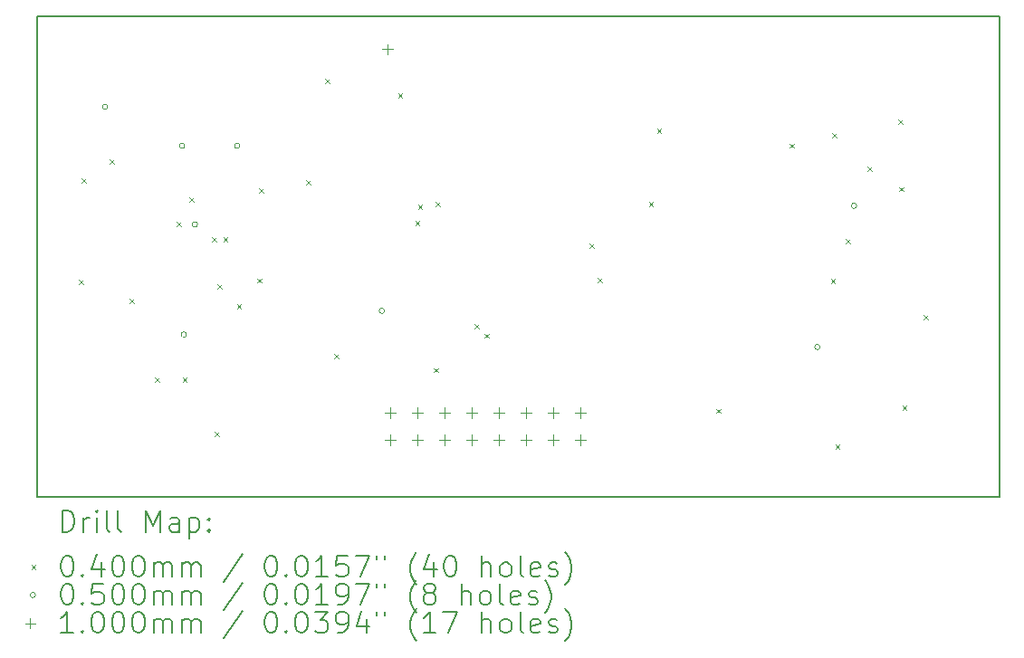
<source format=gbr>
%TF.GenerationSoftware,KiCad,Pcbnew,7.0.1-0*%
%TF.CreationDate,2024-02-17T19:14:01+01:00*%
%TF.ProjectId,parallel_trail,70617261-6c6c-4656-9c5f-747261696c2e,rev?*%
%TF.SameCoordinates,Original*%
%TF.FileFunction,Drillmap*%
%TF.FilePolarity,Positive*%
%FSLAX45Y45*%
G04 Gerber Fmt 4.5, Leading zero omitted, Abs format (unit mm)*
G04 Created by KiCad (PCBNEW 7.0.1-0) date 2024-02-17 19:14:01*
%MOMM*%
%LPD*%
G01*
G04 APERTURE LIST*
%ADD10C,0.200000*%
%ADD11C,0.040000*%
%ADD12C,0.050000*%
%ADD13C,0.100000*%
G04 APERTURE END LIST*
D10*
X4669400Y-7946000D02*
X13669400Y-7946000D01*
X13669400Y-12446000D01*
X4669400Y-12446000D01*
X4669400Y-7946000D01*
D11*
X5066600Y-10410340D02*
X5106600Y-10450340D01*
X5106600Y-10410340D02*
X5066600Y-10450340D01*
X5089720Y-9465370D02*
X5129720Y-9505370D01*
X5129720Y-9465370D02*
X5089720Y-9505370D01*
X5354380Y-9285450D02*
X5394380Y-9325450D01*
X5394380Y-9285450D02*
X5354380Y-9325450D01*
X5538350Y-10588480D02*
X5578350Y-10628480D01*
X5578350Y-10588480D02*
X5538350Y-10628480D01*
X5776130Y-11327820D02*
X5816130Y-11367820D01*
X5816130Y-11327820D02*
X5776130Y-11367820D01*
X5975430Y-9869470D02*
X6015430Y-9909470D01*
X6015430Y-9869470D02*
X5975430Y-9909470D01*
X6032900Y-11327820D02*
X6072900Y-11367820D01*
X6072900Y-11327820D02*
X6032900Y-11367820D01*
X6097220Y-9638170D02*
X6137220Y-9678170D01*
X6137220Y-9638170D02*
X6097220Y-9678170D01*
X6310720Y-10013520D02*
X6350720Y-10053520D01*
X6350720Y-10013520D02*
X6310720Y-10053520D01*
X6334160Y-11834230D02*
X6374160Y-11874230D01*
X6374160Y-11834230D02*
X6334160Y-11874230D01*
X6358630Y-10455980D02*
X6398630Y-10495980D01*
X6398630Y-10455980D02*
X6358630Y-10495980D01*
X6415320Y-10013240D02*
X6455320Y-10053240D01*
X6455320Y-10013240D02*
X6415320Y-10053240D01*
X6541470Y-10638820D02*
X6581470Y-10678820D01*
X6581470Y-10638820D02*
X6541470Y-10678820D01*
X6730050Y-10398740D02*
X6770050Y-10438740D01*
X6770050Y-10398740D02*
X6730050Y-10438740D01*
X6750270Y-9559160D02*
X6790270Y-9599160D01*
X6790270Y-9559160D02*
X6750270Y-9599160D01*
X7188400Y-9480840D02*
X7228400Y-9520840D01*
X7228400Y-9480840D02*
X7188400Y-9520840D01*
X7368890Y-8530630D02*
X7408890Y-8570630D01*
X7408890Y-8530630D02*
X7368890Y-8570630D01*
X7451380Y-11102860D02*
X7491380Y-11142860D01*
X7491380Y-11102860D02*
X7451380Y-11142860D01*
X8047730Y-8669650D02*
X8087730Y-8709650D01*
X8087730Y-8669650D02*
X8047730Y-8709650D01*
X8209600Y-9860600D02*
X8249600Y-9900600D01*
X8249600Y-9860600D02*
X8209600Y-9900600D01*
X8235000Y-9708200D02*
X8275000Y-9748200D01*
X8275000Y-9708200D02*
X8235000Y-9748200D01*
X8380170Y-11237400D02*
X8420170Y-11277400D01*
X8420170Y-11237400D02*
X8380170Y-11277400D01*
X8399760Y-9682260D02*
X8439760Y-9722260D01*
X8439760Y-9682260D02*
X8399760Y-9722260D01*
X8763940Y-10823540D02*
X8803940Y-10863540D01*
X8803940Y-10823540D02*
X8763940Y-10863540D01*
X8854350Y-10914520D02*
X8894350Y-10954520D01*
X8894350Y-10914520D02*
X8854350Y-10954520D01*
X9839080Y-10071740D02*
X9879080Y-10111740D01*
X9879080Y-10071740D02*
X9839080Y-10111740D01*
X9917270Y-10391920D02*
X9957270Y-10431920D01*
X9957270Y-10391920D02*
X9917270Y-10431920D01*
X10394000Y-9685530D02*
X10434000Y-9725530D01*
X10434000Y-9685530D02*
X10394000Y-9725530D01*
X10470200Y-8997000D02*
X10510200Y-9037000D01*
X10510200Y-8997000D02*
X10470200Y-9037000D01*
X11027330Y-11616950D02*
X11067330Y-11656950D01*
X11067330Y-11616950D02*
X11027330Y-11656950D01*
X11709010Y-9136930D02*
X11749010Y-9176930D01*
X11749010Y-9136930D02*
X11709010Y-9176930D01*
X12095800Y-10405970D02*
X12135800Y-10445970D01*
X12135800Y-10405970D02*
X12095800Y-10445970D01*
X12110720Y-9037130D02*
X12150720Y-9077130D01*
X12150720Y-9037130D02*
X12110720Y-9077130D01*
X12137140Y-11953180D02*
X12177140Y-11993180D01*
X12177140Y-11953180D02*
X12137140Y-11993180D01*
X12234420Y-10032980D02*
X12274420Y-10072980D01*
X12274420Y-10032980D02*
X12234420Y-10072980D01*
X12439270Y-9352600D02*
X12479270Y-9392600D01*
X12479270Y-9352600D02*
X12439270Y-9392600D01*
X12726080Y-8910450D02*
X12766080Y-8950450D01*
X12766080Y-8910450D02*
X12726080Y-8950450D01*
X12734320Y-9542620D02*
X12774320Y-9582620D01*
X12774320Y-9542620D02*
X12734320Y-9582620D01*
X12763320Y-11587160D02*
X12803320Y-11627160D01*
X12803320Y-11587160D02*
X12763320Y-11627160D01*
X12966140Y-10740980D02*
X13006140Y-10780980D01*
X13006140Y-10740980D02*
X12966140Y-10780980D01*
D12*
X5333490Y-8792550D02*
G75*
G03*
X5333490Y-8792550I-25000J0D01*
G01*
X6054370Y-9158280D02*
G75*
G03*
X6054370Y-9158280I-25000J0D01*
G01*
X6070200Y-10923460D02*
G75*
G03*
X6070200Y-10923460I-25000J0D01*
G01*
X6173840Y-9893450D02*
G75*
G03*
X6173840Y-9893450I-25000J0D01*
G01*
X6568620Y-9158280D02*
G75*
G03*
X6568620Y-9158280I-25000J0D01*
G01*
X7922570Y-10702090D02*
G75*
G03*
X7922570Y-10702090I-25000J0D01*
G01*
X11993560Y-11040350D02*
G75*
G03*
X11993560Y-11040350I-25000J0D01*
G01*
X12337110Y-9718850D02*
G75*
G03*
X12337110Y-9718850I-25000J0D01*
G01*
D13*
X7950200Y-8205000D02*
X7950200Y-8305000D01*
X7900200Y-8255000D02*
X8000200Y-8255000D01*
X7972480Y-11608120D02*
X7972480Y-11708120D01*
X7922480Y-11658120D02*
X8022480Y-11658120D01*
X7972480Y-11862120D02*
X7972480Y-11962120D01*
X7922480Y-11912120D02*
X8022480Y-11912120D01*
X8226480Y-11608120D02*
X8226480Y-11708120D01*
X8176480Y-11658120D02*
X8276480Y-11658120D01*
X8226480Y-11862120D02*
X8226480Y-11962120D01*
X8176480Y-11912120D02*
X8276480Y-11912120D01*
X8480480Y-11608120D02*
X8480480Y-11708120D01*
X8430480Y-11658120D02*
X8530480Y-11658120D01*
X8480480Y-11862120D02*
X8480480Y-11962120D01*
X8430480Y-11912120D02*
X8530480Y-11912120D01*
X8734480Y-11608120D02*
X8734480Y-11708120D01*
X8684480Y-11658120D02*
X8784480Y-11658120D01*
X8734480Y-11862120D02*
X8734480Y-11962120D01*
X8684480Y-11912120D02*
X8784480Y-11912120D01*
X8988480Y-11608120D02*
X8988480Y-11708120D01*
X8938480Y-11658120D02*
X9038480Y-11658120D01*
X8988480Y-11862120D02*
X8988480Y-11962120D01*
X8938480Y-11912120D02*
X9038480Y-11912120D01*
X9242480Y-11608120D02*
X9242480Y-11708120D01*
X9192480Y-11658120D02*
X9292480Y-11658120D01*
X9242480Y-11862120D02*
X9242480Y-11962120D01*
X9192480Y-11912120D02*
X9292480Y-11912120D01*
X9496480Y-11608120D02*
X9496480Y-11708120D01*
X9446480Y-11658120D02*
X9546480Y-11658120D01*
X9496480Y-11862120D02*
X9496480Y-11962120D01*
X9446480Y-11912120D02*
X9546480Y-11912120D01*
X9750480Y-11608120D02*
X9750480Y-11708120D01*
X9700480Y-11658120D02*
X9800480Y-11658120D01*
X9750480Y-11862120D02*
X9750480Y-11962120D01*
X9700480Y-11912120D02*
X9800480Y-11912120D01*
D10*
X4907019Y-12768524D02*
X4907019Y-12568524D01*
X4907019Y-12568524D02*
X4954638Y-12568524D01*
X4954638Y-12568524D02*
X4983210Y-12578048D01*
X4983210Y-12578048D02*
X5002257Y-12597095D01*
X5002257Y-12597095D02*
X5011781Y-12616143D01*
X5011781Y-12616143D02*
X5021305Y-12654238D01*
X5021305Y-12654238D02*
X5021305Y-12682809D01*
X5021305Y-12682809D02*
X5011781Y-12720905D01*
X5011781Y-12720905D02*
X5002257Y-12739952D01*
X5002257Y-12739952D02*
X4983210Y-12759000D01*
X4983210Y-12759000D02*
X4954638Y-12768524D01*
X4954638Y-12768524D02*
X4907019Y-12768524D01*
X5107019Y-12768524D02*
X5107019Y-12635190D01*
X5107019Y-12673286D02*
X5116543Y-12654238D01*
X5116543Y-12654238D02*
X5126067Y-12644714D01*
X5126067Y-12644714D02*
X5145114Y-12635190D01*
X5145114Y-12635190D02*
X5164162Y-12635190D01*
X5230829Y-12768524D02*
X5230829Y-12635190D01*
X5230829Y-12568524D02*
X5221305Y-12578048D01*
X5221305Y-12578048D02*
X5230829Y-12587571D01*
X5230829Y-12587571D02*
X5240352Y-12578048D01*
X5240352Y-12578048D02*
X5230829Y-12568524D01*
X5230829Y-12568524D02*
X5230829Y-12587571D01*
X5354638Y-12768524D02*
X5335590Y-12759000D01*
X5335590Y-12759000D02*
X5326067Y-12739952D01*
X5326067Y-12739952D02*
X5326067Y-12568524D01*
X5459400Y-12768524D02*
X5440352Y-12759000D01*
X5440352Y-12759000D02*
X5430829Y-12739952D01*
X5430829Y-12739952D02*
X5430829Y-12568524D01*
X5687971Y-12768524D02*
X5687971Y-12568524D01*
X5687971Y-12568524D02*
X5754638Y-12711381D01*
X5754638Y-12711381D02*
X5821305Y-12568524D01*
X5821305Y-12568524D02*
X5821305Y-12768524D01*
X6002257Y-12768524D02*
X6002257Y-12663762D01*
X6002257Y-12663762D02*
X5992733Y-12644714D01*
X5992733Y-12644714D02*
X5973686Y-12635190D01*
X5973686Y-12635190D02*
X5935590Y-12635190D01*
X5935590Y-12635190D02*
X5916543Y-12644714D01*
X6002257Y-12759000D02*
X5983209Y-12768524D01*
X5983209Y-12768524D02*
X5935590Y-12768524D01*
X5935590Y-12768524D02*
X5916543Y-12759000D01*
X5916543Y-12759000D02*
X5907019Y-12739952D01*
X5907019Y-12739952D02*
X5907019Y-12720905D01*
X5907019Y-12720905D02*
X5916543Y-12701857D01*
X5916543Y-12701857D02*
X5935590Y-12692333D01*
X5935590Y-12692333D02*
X5983209Y-12692333D01*
X5983209Y-12692333D02*
X6002257Y-12682809D01*
X6097495Y-12635190D02*
X6097495Y-12835190D01*
X6097495Y-12644714D02*
X6116543Y-12635190D01*
X6116543Y-12635190D02*
X6154638Y-12635190D01*
X6154638Y-12635190D02*
X6173686Y-12644714D01*
X6173686Y-12644714D02*
X6183209Y-12654238D01*
X6183209Y-12654238D02*
X6192733Y-12673286D01*
X6192733Y-12673286D02*
X6192733Y-12730428D01*
X6192733Y-12730428D02*
X6183209Y-12749476D01*
X6183209Y-12749476D02*
X6173686Y-12759000D01*
X6173686Y-12759000D02*
X6154638Y-12768524D01*
X6154638Y-12768524D02*
X6116543Y-12768524D01*
X6116543Y-12768524D02*
X6097495Y-12759000D01*
X6278448Y-12749476D02*
X6287971Y-12759000D01*
X6287971Y-12759000D02*
X6278448Y-12768524D01*
X6278448Y-12768524D02*
X6268924Y-12759000D01*
X6268924Y-12759000D02*
X6278448Y-12749476D01*
X6278448Y-12749476D02*
X6278448Y-12768524D01*
X6278448Y-12644714D02*
X6287971Y-12654238D01*
X6287971Y-12654238D02*
X6278448Y-12663762D01*
X6278448Y-12663762D02*
X6268924Y-12654238D01*
X6268924Y-12654238D02*
X6278448Y-12644714D01*
X6278448Y-12644714D02*
X6278448Y-12663762D01*
D11*
X4619400Y-13076000D02*
X4659400Y-13116000D01*
X4659400Y-13076000D02*
X4619400Y-13116000D01*
D10*
X4945114Y-12988524D02*
X4964162Y-12988524D01*
X4964162Y-12988524D02*
X4983210Y-12998048D01*
X4983210Y-12998048D02*
X4992733Y-13007571D01*
X4992733Y-13007571D02*
X5002257Y-13026619D01*
X5002257Y-13026619D02*
X5011781Y-13064714D01*
X5011781Y-13064714D02*
X5011781Y-13112333D01*
X5011781Y-13112333D02*
X5002257Y-13150428D01*
X5002257Y-13150428D02*
X4992733Y-13169476D01*
X4992733Y-13169476D02*
X4983210Y-13179000D01*
X4983210Y-13179000D02*
X4964162Y-13188524D01*
X4964162Y-13188524D02*
X4945114Y-13188524D01*
X4945114Y-13188524D02*
X4926067Y-13179000D01*
X4926067Y-13179000D02*
X4916543Y-13169476D01*
X4916543Y-13169476D02*
X4907019Y-13150428D01*
X4907019Y-13150428D02*
X4897495Y-13112333D01*
X4897495Y-13112333D02*
X4897495Y-13064714D01*
X4897495Y-13064714D02*
X4907019Y-13026619D01*
X4907019Y-13026619D02*
X4916543Y-13007571D01*
X4916543Y-13007571D02*
X4926067Y-12998048D01*
X4926067Y-12998048D02*
X4945114Y-12988524D01*
X5097495Y-13169476D02*
X5107019Y-13179000D01*
X5107019Y-13179000D02*
X5097495Y-13188524D01*
X5097495Y-13188524D02*
X5087971Y-13179000D01*
X5087971Y-13179000D02*
X5097495Y-13169476D01*
X5097495Y-13169476D02*
X5097495Y-13188524D01*
X5278448Y-13055190D02*
X5278448Y-13188524D01*
X5230829Y-12979000D02*
X5183210Y-13121857D01*
X5183210Y-13121857D02*
X5307019Y-13121857D01*
X5421305Y-12988524D02*
X5440352Y-12988524D01*
X5440352Y-12988524D02*
X5459400Y-12998048D01*
X5459400Y-12998048D02*
X5468924Y-13007571D01*
X5468924Y-13007571D02*
X5478448Y-13026619D01*
X5478448Y-13026619D02*
X5487971Y-13064714D01*
X5487971Y-13064714D02*
X5487971Y-13112333D01*
X5487971Y-13112333D02*
X5478448Y-13150428D01*
X5478448Y-13150428D02*
X5468924Y-13169476D01*
X5468924Y-13169476D02*
X5459400Y-13179000D01*
X5459400Y-13179000D02*
X5440352Y-13188524D01*
X5440352Y-13188524D02*
X5421305Y-13188524D01*
X5421305Y-13188524D02*
X5402257Y-13179000D01*
X5402257Y-13179000D02*
X5392733Y-13169476D01*
X5392733Y-13169476D02*
X5383210Y-13150428D01*
X5383210Y-13150428D02*
X5373686Y-13112333D01*
X5373686Y-13112333D02*
X5373686Y-13064714D01*
X5373686Y-13064714D02*
X5383210Y-13026619D01*
X5383210Y-13026619D02*
X5392733Y-13007571D01*
X5392733Y-13007571D02*
X5402257Y-12998048D01*
X5402257Y-12998048D02*
X5421305Y-12988524D01*
X5611781Y-12988524D02*
X5630829Y-12988524D01*
X5630829Y-12988524D02*
X5649876Y-12998048D01*
X5649876Y-12998048D02*
X5659400Y-13007571D01*
X5659400Y-13007571D02*
X5668924Y-13026619D01*
X5668924Y-13026619D02*
X5678448Y-13064714D01*
X5678448Y-13064714D02*
X5678448Y-13112333D01*
X5678448Y-13112333D02*
X5668924Y-13150428D01*
X5668924Y-13150428D02*
X5659400Y-13169476D01*
X5659400Y-13169476D02*
X5649876Y-13179000D01*
X5649876Y-13179000D02*
X5630829Y-13188524D01*
X5630829Y-13188524D02*
X5611781Y-13188524D01*
X5611781Y-13188524D02*
X5592733Y-13179000D01*
X5592733Y-13179000D02*
X5583210Y-13169476D01*
X5583210Y-13169476D02*
X5573686Y-13150428D01*
X5573686Y-13150428D02*
X5564162Y-13112333D01*
X5564162Y-13112333D02*
X5564162Y-13064714D01*
X5564162Y-13064714D02*
X5573686Y-13026619D01*
X5573686Y-13026619D02*
X5583210Y-13007571D01*
X5583210Y-13007571D02*
X5592733Y-12998048D01*
X5592733Y-12998048D02*
X5611781Y-12988524D01*
X5764162Y-13188524D02*
X5764162Y-13055190D01*
X5764162Y-13074238D02*
X5773686Y-13064714D01*
X5773686Y-13064714D02*
X5792733Y-13055190D01*
X5792733Y-13055190D02*
X5821305Y-13055190D01*
X5821305Y-13055190D02*
X5840352Y-13064714D01*
X5840352Y-13064714D02*
X5849876Y-13083762D01*
X5849876Y-13083762D02*
X5849876Y-13188524D01*
X5849876Y-13083762D02*
X5859400Y-13064714D01*
X5859400Y-13064714D02*
X5878448Y-13055190D01*
X5878448Y-13055190D02*
X5907019Y-13055190D01*
X5907019Y-13055190D02*
X5926067Y-13064714D01*
X5926067Y-13064714D02*
X5935590Y-13083762D01*
X5935590Y-13083762D02*
X5935590Y-13188524D01*
X6030829Y-13188524D02*
X6030829Y-13055190D01*
X6030829Y-13074238D02*
X6040352Y-13064714D01*
X6040352Y-13064714D02*
X6059400Y-13055190D01*
X6059400Y-13055190D02*
X6087971Y-13055190D01*
X6087971Y-13055190D02*
X6107019Y-13064714D01*
X6107019Y-13064714D02*
X6116543Y-13083762D01*
X6116543Y-13083762D02*
X6116543Y-13188524D01*
X6116543Y-13083762D02*
X6126067Y-13064714D01*
X6126067Y-13064714D02*
X6145114Y-13055190D01*
X6145114Y-13055190D02*
X6173686Y-13055190D01*
X6173686Y-13055190D02*
X6192733Y-13064714D01*
X6192733Y-13064714D02*
X6202257Y-13083762D01*
X6202257Y-13083762D02*
X6202257Y-13188524D01*
X6592733Y-12979000D02*
X6421305Y-13236143D01*
X6849876Y-12988524D02*
X6868924Y-12988524D01*
X6868924Y-12988524D02*
X6887972Y-12998048D01*
X6887972Y-12998048D02*
X6897495Y-13007571D01*
X6897495Y-13007571D02*
X6907019Y-13026619D01*
X6907019Y-13026619D02*
X6916543Y-13064714D01*
X6916543Y-13064714D02*
X6916543Y-13112333D01*
X6916543Y-13112333D02*
X6907019Y-13150428D01*
X6907019Y-13150428D02*
X6897495Y-13169476D01*
X6897495Y-13169476D02*
X6887972Y-13179000D01*
X6887972Y-13179000D02*
X6868924Y-13188524D01*
X6868924Y-13188524D02*
X6849876Y-13188524D01*
X6849876Y-13188524D02*
X6830829Y-13179000D01*
X6830829Y-13179000D02*
X6821305Y-13169476D01*
X6821305Y-13169476D02*
X6811781Y-13150428D01*
X6811781Y-13150428D02*
X6802257Y-13112333D01*
X6802257Y-13112333D02*
X6802257Y-13064714D01*
X6802257Y-13064714D02*
X6811781Y-13026619D01*
X6811781Y-13026619D02*
X6821305Y-13007571D01*
X6821305Y-13007571D02*
X6830829Y-12998048D01*
X6830829Y-12998048D02*
X6849876Y-12988524D01*
X7002257Y-13169476D02*
X7011781Y-13179000D01*
X7011781Y-13179000D02*
X7002257Y-13188524D01*
X7002257Y-13188524D02*
X6992733Y-13179000D01*
X6992733Y-13179000D02*
X7002257Y-13169476D01*
X7002257Y-13169476D02*
X7002257Y-13188524D01*
X7135591Y-12988524D02*
X7154638Y-12988524D01*
X7154638Y-12988524D02*
X7173686Y-12998048D01*
X7173686Y-12998048D02*
X7183210Y-13007571D01*
X7183210Y-13007571D02*
X7192733Y-13026619D01*
X7192733Y-13026619D02*
X7202257Y-13064714D01*
X7202257Y-13064714D02*
X7202257Y-13112333D01*
X7202257Y-13112333D02*
X7192733Y-13150428D01*
X7192733Y-13150428D02*
X7183210Y-13169476D01*
X7183210Y-13169476D02*
X7173686Y-13179000D01*
X7173686Y-13179000D02*
X7154638Y-13188524D01*
X7154638Y-13188524D02*
X7135591Y-13188524D01*
X7135591Y-13188524D02*
X7116543Y-13179000D01*
X7116543Y-13179000D02*
X7107019Y-13169476D01*
X7107019Y-13169476D02*
X7097495Y-13150428D01*
X7097495Y-13150428D02*
X7087972Y-13112333D01*
X7087972Y-13112333D02*
X7087972Y-13064714D01*
X7087972Y-13064714D02*
X7097495Y-13026619D01*
X7097495Y-13026619D02*
X7107019Y-13007571D01*
X7107019Y-13007571D02*
X7116543Y-12998048D01*
X7116543Y-12998048D02*
X7135591Y-12988524D01*
X7392733Y-13188524D02*
X7278448Y-13188524D01*
X7335591Y-13188524D02*
X7335591Y-12988524D01*
X7335591Y-12988524D02*
X7316543Y-13017095D01*
X7316543Y-13017095D02*
X7297495Y-13036143D01*
X7297495Y-13036143D02*
X7278448Y-13045667D01*
X7573686Y-12988524D02*
X7478448Y-12988524D01*
X7478448Y-12988524D02*
X7468924Y-13083762D01*
X7468924Y-13083762D02*
X7478448Y-13074238D01*
X7478448Y-13074238D02*
X7497495Y-13064714D01*
X7497495Y-13064714D02*
X7545114Y-13064714D01*
X7545114Y-13064714D02*
X7564162Y-13074238D01*
X7564162Y-13074238D02*
X7573686Y-13083762D01*
X7573686Y-13083762D02*
X7583210Y-13102809D01*
X7583210Y-13102809D02*
X7583210Y-13150428D01*
X7583210Y-13150428D02*
X7573686Y-13169476D01*
X7573686Y-13169476D02*
X7564162Y-13179000D01*
X7564162Y-13179000D02*
X7545114Y-13188524D01*
X7545114Y-13188524D02*
X7497495Y-13188524D01*
X7497495Y-13188524D02*
X7478448Y-13179000D01*
X7478448Y-13179000D02*
X7468924Y-13169476D01*
X7649876Y-12988524D02*
X7783210Y-12988524D01*
X7783210Y-12988524D02*
X7697495Y-13188524D01*
X7849876Y-12988524D02*
X7849876Y-13026619D01*
X7926067Y-12988524D02*
X7926067Y-13026619D01*
X8221305Y-13264714D02*
X8211781Y-13255190D01*
X8211781Y-13255190D02*
X8192734Y-13226619D01*
X8192734Y-13226619D02*
X8183210Y-13207571D01*
X8183210Y-13207571D02*
X8173686Y-13179000D01*
X8173686Y-13179000D02*
X8164162Y-13131381D01*
X8164162Y-13131381D02*
X8164162Y-13093286D01*
X8164162Y-13093286D02*
X8173686Y-13045667D01*
X8173686Y-13045667D02*
X8183210Y-13017095D01*
X8183210Y-13017095D02*
X8192734Y-12998048D01*
X8192734Y-12998048D02*
X8211781Y-12969476D01*
X8211781Y-12969476D02*
X8221305Y-12959952D01*
X8383210Y-13055190D02*
X8383210Y-13188524D01*
X8335591Y-12979000D02*
X8287972Y-13121857D01*
X8287972Y-13121857D02*
X8411781Y-13121857D01*
X8526067Y-12988524D02*
X8545115Y-12988524D01*
X8545115Y-12988524D02*
X8564162Y-12998048D01*
X8564162Y-12998048D02*
X8573686Y-13007571D01*
X8573686Y-13007571D02*
X8583210Y-13026619D01*
X8583210Y-13026619D02*
X8592734Y-13064714D01*
X8592734Y-13064714D02*
X8592734Y-13112333D01*
X8592734Y-13112333D02*
X8583210Y-13150428D01*
X8583210Y-13150428D02*
X8573686Y-13169476D01*
X8573686Y-13169476D02*
X8564162Y-13179000D01*
X8564162Y-13179000D02*
X8545115Y-13188524D01*
X8545115Y-13188524D02*
X8526067Y-13188524D01*
X8526067Y-13188524D02*
X8507019Y-13179000D01*
X8507019Y-13179000D02*
X8497496Y-13169476D01*
X8497496Y-13169476D02*
X8487972Y-13150428D01*
X8487972Y-13150428D02*
X8478448Y-13112333D01*
X8478448Y-13112333D02*
X8478448Y-13064714D01*
X8478448Y-13064714D02*
X8487972Y-13026619D01*
X8487972Y-13026619D02*
X8497496Y-13007571D01*
X8497496Y-13007571D02*
X8507019Y-12998048D01*
X8507019Y-12998048D02*
X8526067Y-12988524D01*
X8830829Y-13188524D02*
X8830829Y-12988524D01*
X8916543Y-13188524D02*
X8916543Y-13083762D01*
X8916543Y-13083762D02*
X8907019Y-13064714D01*
X8907019Y-13064714D02*
X8887972Y-13055190D01*
X8887972Y-13055190D02*
X8859400Y-13055190D01*
X8859400Y-13055190D02*
X8840353Y-13064714D01*
X8840353Y-13064714D02*
X8830829Y-13074238D01*
X9040353Y-13188524D02*
X9021305Y-13179000D01*
X9021305Y-13179000D02*
X9011781Y-13169476D01*
X9011781Y-13169476D02*
X9002258Y-13150428D01*
X9002258Y-13150428D02*
X9002258Y-13093286D01*
X9002258Y-13093286D02*
X9011781Y-13074238D01*
X9011781Y-13074238D02*
X9021305Y-13064714D01*
X9021305Y-13064714D02*
X9040353Y-13055190D01*
X9040353Y-13055190D02*
X9068924Y-13055190D01*
X9068924Y-13055190D02*
X9087972Y-13064714D01*
X9087972Y-13064714D02*
X9097496Y-13074238D01*
X9097496Y-13074238D02*
X9107019Y-13093286D01*
X9107019Y-13093286D02*
X9107019Y-13150428D01*
X9107019Y-13150428D02*
X9097496Y-13169476D01*
X9097496Y-13169476D02*
X9087972Y-13179000D01*
X9087972Y-13179000D02*
X9068924Y-13188524D01*
X9068924Y-13188524D02*
X9040353Y-13188524D01*
X9221305Y-13188524D02*
X9202258Y-13179000D01*
X9202258Y-13179000D02*
X9192734Y-13159952D01*
X9192734Y-13159952D02*
X9192734Y-12988524D01*
X9373686Y-13179000D02*
X9354639Y-13188524D01*
X9354639Y-13188524D02*
X9316543Y-13188524D01*
X9316543Y-13188524D02*
X9297496Y-13179000D01*
X9297496Y-13179000D02*
X9287972Y-13159952D01*
X9287972Y-13159952D02*
X9287972Y-13083762D01*
X9287972Y-13083762D02*
X9297496Y-13064714D01*
X9297496Y-13064714D02*
X9316543Y-13055190D01*
X9316543Y-13055190D02*
X9354639Y-13055190D01*
X9354639Y-13055190D02*
X9373686Y-13064714D01*
X9373686Y-13064714D02*
X9383210Y-13083762D01*
X9383210Y-13083762D02*
X9383210Y-13102809D01*
X9383210Y-13102809D02*
X9287972Y-13121857D01*
X9459400Y-13179000D02*
X9478448Y-13188524D01*
X9478448Y-13188524D02*
X9516543Y-13188524D01*
X9516543Y-13188524D02*
X9535591Y-13179000D01*
X9535591Y-13179000D02*
X9545115Y-13159952D01*
X9545115Y-13159952D02*
X9545115Y-13150428D01*
X9545115Y-13150428D02*
X9535591Y-13131381D01*
X9535591Y-13131381D02*
X9516543Y-13121857D01*
X9516543Y-13121857D02*
X9487972Y-13121857D01*
X9487972Y-13121857D02*
X9468924Y-13112333D01*
X9468924Y-13112333D02*
X9459400Y-13093286D01*
X9459400Y-13093286D02*
X9459400Y-13083762D01*
X9459400Y-13083762D02*
X9468924Y-13064714D01*
X9468924Y-13064714D02*
X9487972Y-13055190D01*
X9487972Y-13055190D02*
X9516543Y-13055190D01*
X9516543Y-13055190D02*
X9535591Y-13064714D01*
X9611781Y-13264714D02*
X9621305Y-13255190D01*
X9621305Y-13255190D02*
X9640353Y-13226619D01*
X9640353Y-13226619D02*
X9649877Y-13207571D01*
X9649877Y-13207571D02*
X9659400Y-13179000D01*
X9659400Y-13179000D02*
X9668924Y-13131381D01*
X9668924Y-13131381D02*
X9668924Y-13093286D01*
X9668924Y-13093286D02*
X9659400Y-13045667D01*
X9659400Y-13045667D02*
X9649877Y-13017095D01*
X9649877Y-13017095D02*
X9640353Y-12998048D01*
X9640353Y-12998048D02*
X9621305Y-12969476D01*
X9621305Y-12969476D02*
X9611781Y-12959952D01*
D12*
X4659400Y-13360000D02*
G75*
G03*
X4659400Y-13360000I-25000J0D01*
G01*
D10*
X4945114Y-13252524D02*
X4964162Y-13252524D01*
X4964162Y-13252524D02*
X4983210Y-13262048D01*
X4983210Y-13262048D02*
X4992733Y-13271571D01*
X4992733Y-13271571D02*
X5002257Y-13290619D01*
X5002257Y-13290619D02*
X5011781Y-13328714D01*
X5011781Y-13328714D02*
X5011781Y-13376333D01*
X5011781Y-13376333D02*
X5002257Y-13414428D01*
X5002257Y-13414428D02*
X4992733Y-13433476D01*
X4992733Y-13433476D02*
X4983210Y-13443000D01*
X4983210Y-13443000D02*
X4964162Y-13452524D01*
X4964162Y-13452524D02*
X4945114Y-13452524D01*
X4945114Y-13452524D02*
X4926067Y-13443000D01*
X4926067Y-13443000D02*
X4916543Y-13433476D01*
X4916543Y-13433476D02*
X4907019Y-13414428D01*
X4907019Y-13414428D02*
X4897495Y-13376333D01*
X4897495Y-13376333D02*
X4897495Y-13328714D01*
X4897495Y-13328714D02*
X4907019Y-13290619D01*
X4907019Y-13290619D02*
X4916543Y-13271571D01*
X4916543Y-13271571D02*
X4926067Y-13262048D01*
X4926067Y-13262048D02*
X4945114Y-13252524D01*
X5097495Y-13433476D02*
X5107019Y-13443000D01*
X5107019Y-13443000D02*
X5097495Y-13452524D01*
X5097495Y-13452524D02*
X5087971Y-13443000D01*
X5087971Y-13443000D02*
X5097495Y-13433476D01*
X5097495Y-13433476D02*
X5097495Y-13452524D01*
X5287971Y-13252524D02*
X5192733Y-13252524D01*
X5192733Y-13252524D02*
X5183210Y-13347762D01*
X5183210Y-13347762D02*
X5192733Y-13338238D01*
X5192733Y-13338238D02*
X5211781Y-13328714D01*
X5211781Y-13328714D02*
X5259400Y-13328714D01*
X5259400Y-13328714D02*
X5278448Y-13338238D01*
X5278448Y-13338238D02*
X5287971Y-13347762D01*
X5287971Y-13347762D02*
X5297495Y-13366809D01*
X5297495Y-13366809D02*
X5297495Y-13414428D01*
X5297495Y-13414428D02*
X5287971Y-13433476D01*
X5287971Y-13433476D02*
X5278448Y-13443000D01*
X5278448Y-13443000D02*
X5259400Y-13452524D01*
X5259400Y-13452524D02*
X5211781Y-13452524D01*
X5211781Y-13452524D02*
X5192733Y-13443000D01*
X5192733Y-13443000D02*
X5183210Y-13433476D01*
X5421305Y-13252524D02*
X5440352Y-13252524D01*
X5440352Y-13252524D02*
X5459400Y-13262048D01*
X5459400Y-13262048D02*
X5468924Y-13271571D01*
X5468924Y-13271571D02*
X5478448Y-13290619D01*
X5478448Y-13290619D02*
X5487971Y-13328714D01*
X5487971Y-13328714D02*
X5487971Y-13376333D01*
X5487971Y-13376333D02*
X5478448Y-13414428D01*
X5478448Y-13414428D02*
X5468924Y-13433476D01*
X5468924Y-13433476D02*
X5459400Y-13443000D01*
X5459400Y-13443000D02*
X5440352Y-13452524D01*
X5440352Y-13452524D02*
X5421305Y-13452524D01*
X5421305Y-13452524D02*
X5402257Y-13443000D01*
X5402257Y-13443000D02*
X5392733Y-13433476D01*
X5392733Y-13433476D02*
X5383210Y-13414428D01*
X5383210Y-13414428D02*
X5373686Y-13376333D01*
X5373686Y-13376333D02*
X5373686Y-13328714D01*
X5373686Y-13328714D02*
X5383210Y-13290619D01*
X5383210Y-13290619D02*
X5392733Y-13271571D01*
X5392733Y-13271571D02*
X5402257Y-13262048D01*
X5402257Y-13262048D02*
X5421305Y-13252524D01*
X5611781Y-13252524D02*
X5630829Y-13252524D01*
X5630829Y-13252524D02*
X5649876Y-13262048D01*
X5649876Y-13262048D02*
X5659400Y-13271571D01*
X5659400Y-13271571D02*
X5668924Y-13290619D01*
X5668924Y-13290619D02*
X5678448Y-13328714D01*
X5678448Y-13328714D02*
X5678448Y-13376333D01*
X5678448Y-13376333D02*
X5668924Y-13414428D01*
X5668924Y-13414428D02*
X5659400Y-13433476D01*
X5659400Y-13433476D02*
X5649876Y-13443000D01*
X5649876Y-13443000D02*
X5630829Y-13452524D01*
X5630829Y-13452524D02*
X5611781Y-13452524D01*
X5611781Y-13452524D02*
X5592733Y-13443000D01*
X5592733Y-13443000D02*
X5583210Y-13433476D01*
X5583210Y-13433476D02*
X5573686Y-13414428D01*
X5573686Y-13414428D02*
X5564162Y-13376333D01*
X5564162Y-13376333D02*
X5564162Y-13328714D01*
X5564162Y-13328714D02*
X5573686Y-13290619D01*
X5573686Y-13290619D02*
X5583210Y-13271571D01*
X5583210Y-13271571D02*
X5592733Y-13262048D01*
X5592733Y-13262048D02*
X5611781Y-13252524D01*
X5764162Y-13452524D02*
X5764162Y-13319190D01*
X5764162Y-13338238D02*
X5773686Y-13328714D01*
X5773686Y-13328714D02*
X5792733Y-13319190D01*
X5792733Y-13319190D02*
X5821305Y-13319190D01*
X5821305Y-13319190D02*
X5840352Y-13328714D01*
X5840352Y-13328714D02*
X5849876Y-13347762D01*
X5849876Y-13347762D02*
X5849876Y-13452524D01*
X5849876Y-13347762D02*
X5859400Y-13328714D01*
X5859400Y-13328714D02*
X5878448Y-13319190D01*
X5878448Y-13319190D02*
X5907019Y-13319190D01*
X5907019Y-13319190D02*
X5926067Y-13328714D01*
X5926067Y-13328714D02*
X5935590Y-13347762D01*
X5935590Y-13347762D02*
X5935590Y-13452524D01*
X6030829Y-13452524D02*
X6030829Y-13319190D01*
X6030829Y-13338238D02*
X6040352Y-13328714D01*
X6040352Y-13328714D02*
X6059400Y-13319190D01*
X6059400Y-13319190D02*
X6087971Y-13319190D01*
X6087971Y-13319190D02*
X6107019Y-13328714D01*
X6107019Y-13328714D02*
X6116543Y-13347762D01*
X6116543Y-13347762D02*
X6116543Y-13452524D01*
X6116543Y-13347762D02*
X6126067Y-13328714D01*
X6126067Y-13328714D02*
X6145114Y-13319190D01*
X6145114Y-13319190D02*
X6173686Y-13319190D01*
X6173686Y-13319190D02*
X6192733Y-13328714D01*
X6192733Y-13328714D02*
X6202257Y-13347762D01*
X6202257Y-13347762D02*
X6202257Y-13452524D01*
X6592733Y-13243000D02*
X6421305Y-13500143D01*
X6849876Y-13252524D02*
X6868924Y-13252524D01*
X6868924Y-13252524D02*
X6887972Y-13262048D01*
X6887972Y-13262048D02*
X6897495Y-13271571D01*
X6897495Y-13271571D02*
X6907019Y-13290619D01*
X6907019Y-13290619D02*
X6916543Y-13328714D01*
X6916543Y-13328714D02*
X6916543Y-13376333D01*
X6916543Y-13376333D02*
X6907019Y-13414428D01*
X6907019Y-13414428D02*
X6897495Y-13433476D01*
X6897495Y-13433476D02*
X6887972Y-13443000D01*
X6887972Y-13443000D02*
X6868924Y-13452524D01*
X6868924Y-13452524D02*
X6849876Y-13452524D01*
X6849876Y-13452524D02*
X6830829Y-13443000D01*
X6830829Y-13443000D02*
X6821305Y-13433476D01*
X6821305Y-13433476D02*
X6811781Y-13414428D01*
X6811781Y-13414428D02*
X6802257Y-13376333D01*
X6802257Y-13376333D02*
X6802257Y-13328714D01*
X6802257Y-13328714D02*
X6811781Y-13290619D01*
X6811781Y-13290619D02*
X6821305Y-13271571D01*
X6821305Y-13271571D02*
X6830829Y-13262048D01*
X6830829Y-13262048D02*
X6849876Y-13252524D01*
X7002257Y-13433476D02*
X7011781Y-13443000D01*
X7011781Y-13443000D02*
X7002257Y-13452524D01*
X7002257Y-13452524D02*
X6992733Y-13443000D01*
X6992733Y-13443000D02*
X7002257Y-13433476D01*
X7002257Y-13433476D02*
X7002257Y-13452524D01*
X7135591Y-13252524D02*
X7154638Y-13252524D01*
X7154638Y-13252524D02*
X7173686Y-13262048D01*
X7173686Y-13262048D02*
X7183210Y-13271571D01*
X7183210Y-13271571D02*
X7192733Y-13290619D01*
X7192733Y-13290619D02*
X7202257Y-13328714D01*
X7202257Y-13328714D02*
X7202257Y-13376333D01*
X7202257Y-13376333D02*
X7192733Y-13414428D01*
X7192733Y-13414428D02*
X7183210Y-13433476D01*
X7183210Y-13433476D02*
X7173686Y-13443000D01*
X7173686Y-13443000D02*
X7154638Y-13452524D01*
X7154638Y-13452524D02*
X7135591Y-13452524D01*
X7135591Y-13452524D02*
X7116543Y-13443000D01*
X7116543Y-13443000D02*
X7107019Y-13433476D01*
X7107019Y-13433476D02*
X7097495Y-13414428D01*
X7097495Y-13414428D02*
X7087972Y-13376333D01*
X7087972Y-13376333D02*
X7087972Y-13328714D01*
X7087972Y-13328714D02*
X7097495Y-13290619D01*
X7097495Y-13290619D02*
X7107019Y-13271571D01*
X7107019Y-13271571D02*
X7116543Y-13262048D01*
X7116543Y-13262048D02*
X7135591Y-13252524D01*
X7392733Y-13452524D02*
X7278448Y-13452524D01*
X7335591Y-13452524D02*
X7335591Y-13252524D01*
X7335591Y-13252524D02*
X7316543Y-13281095D01*
X7316543Y-13281095D02*
X7297495Y-13300143D01*
X7297495Y-13300143D02*
X7278448Y-13309667D01*
X7487972Y-13452524D02*
X7526067Y-13452524D01*
X7526067Y-13452524D02*
X7545114Y-13443000D01*
X7545114Y-13443000D02*
X7554638Y-13433476D01*
X7554638Y-13433476D02*
X7573686Y-13404905D01*
X7573686Y-13404905D02*
X7583210Y-13366809D01*
X7583210Y-13366809D02*
X7583210Y-13290619D01*
X7583210Y-13290619D02*
X7573686Y-13271571D01*
X7573686Y-13271571D02*
X7564162Y-13262048D01*
X7564162Y-13262048D02*
X7545114Y-13252524D01*
X7545114Y-13252524D02*
X7507019Y-13252524D01*
X7507019Y-13252524D02*
X7487972Y-13262048D01*
X7487972Y-13262048D02*
X7478448Y-13271571D01*
X7478448Y-13271571D02*
X7468924Y-13290619D01*
X7468924Y-13290619D02*
X7468924Y-13338238D01*
X7468924Y-13338238D02*
X7478448Y-13357286D01*
X7478448Y-13357286D02*
X7487972Y-13366809D01*
X7487972Y-13366809D02*
X7507019Y-13376333D01*
X7507019Y-13376333D02*
X7545114Y-13376333D01*
X7545114Y-13376333D02*
X7564162Y-13366809D01*
X7564162Y-13366809D02*
X7573686Y-13357286D01*
X7573686Y-13357286D02*
X7583210Y-13338238D01*
X7649876Y-13252524D02*
X7783210Y-13252524D01*
X7783210Y-13252524D02*
X7697495Y-13452524D01*
X7849876Y-13252524D02*
X7849876Y-13290619D01*
X7926067Y-13252524D02*
X7926067Y-13290619D01*
X8221305Y-13528714D02*
X8211781Y-13519190D01*
X8211781Y-13519190D02*
X8192734Y-13490619D01*
X8192734Y-13490619D02*
X8183210Y-13471571D01*
X8183210Y-13471571D02*
X8173686Y-13443000D01*
X8173686Y-13443000D02*
X8164162Y-13395381D01*
X8164162Y-13395381D02*
X8164162Y-13357286D01*
X8164162Y-13357286D02*
X8173686Y-13309667D01*
X8173686Y-13309667D02*
X8183210Y-13281095D01*
X8183210Y-13281095D02*
X8192734Y-13262048D01*
X8192734Y-13262048D02*
X8211781Y-13233476D01*
X8211781Y-13233476D02*
X8221305Y-13223952D01*
X8326067Y-13338238D02*
X8307019Y-13328714D01*
X8307019Y-13328714D02*
X8297495Y-13319190D01*
X8297495Y-13319190D02*
X8287972Y-13300143D01*
X8287972Y-13300143D02*
X8287972Y-13290619D01*
X8287972Y-13290619D02*
X8297495Y-13271571D01*
X8297495Y-13271571D02*
X8307019Y-13262048D01*
X8307019Y-13262048D02*
X8326067Y-13252524D01*
X8326067Y-13252524D02*
X8364162Y-13252524D01*
X8364162Y-13252524D02*
X8383210Y-13262048D01*
X8383210Y-13262048D02*
X8392734Y-13271571D01*
X8392734Y-13271571D02*
X8402257Y-13290619D01*
X8402257Y-13290619D02*
X8402257Y-13300143D01*
X8402257Y-13300143D02*
X8392734Y-13319190D01*
X8392734Y-13319190D02*
X8383210Y-13328714D01*
X8383210Y-13328714D02*
X8364162Y-13338238D01*
X8364162Y-13338238D02*
X8326067Y-13338238D01*
X8326067Y-13338238D02*
X8307019Y-13347762D01*
X8307019Y-13347762D02*
X8297495Y-13357286D01*
X8297495Y-13357286D02*
X8287972Y-13376333D01*
X8287972Y-13376333D02*
X8287972Y-13414428D01*
X8287972Y-13414428D02*
X8297495Y-13433476D01*
X8297495Y-13433476D02*
X8307019Y-13443000D01*
X8307019Y-13443000D02*
X8326067Y-13452524D01*
X8326067Y-13452524D02*
X8364162Y-13452524D01*
X8364162Y-13452524D02*
X8383210Y-13443000D01*
X8383210Y-13443000D02*
X8392734Y-13433476D01*
X8392734Y-13433476D02*
X8402257Y-13414428D01*
X8402257Y-13414428D02*
X8402257Y-13376333D01*
X8402257Y-13376333D02*
X8392734Y-13357286D01*
X8392734Y-13357286D02*
X8383210Y-13347762D01*
X8383210Y-13347762D02*
X8364162Y-13338238D01*
X8640353Y-13452524D02*
X8640353Y-13252524D01*
X8726067Y-13452524D02*
X8726067Y-13347762D01*
X8726067Y-13347762D02*
X8716543Y-13328714D01*
X8716543Y-13328714D02*
X8697496Y-13319190D01*
X8697496Y-13319190D02*
X8668924Y-13319190D01*
X8668924Y-13319190D02*
X8649877Y-13328714D01*
X8649877Y-13328714D02*
X8640353Y-13338238D01*
X8849877Y-13452524D02*
X8830829Y-13443000D01*
X8830829Y-13443000D02*
X8821305Y-13433476D01*
X8821305Y-13433476D02*
X8811781Y-13414428D01*
X8811781Y-13414428D02*
X8811781Y-13357286D01*
X8811781Y-13357286D02*
X8821305Y-13338238D01*
X8821305Y-13338238D02*
X8830829Y-13328714D01*
X8830829Y-13328714D02*
X8849877Y-13319190D01*
X8849877Y-13319190D02*
X8878448Y-13319190D01*
X8878448Y-13319190D02*
X8897496Y-13328714D01*
X8897496Y-13328714D02*
X8907019Y-13338238D01*
X8907019Y-13338238D02*
X8916543Y-13357286D01*
X8916543Y-13357286D02*
X8916543Y-13414428D01*
X8916543Y-13414428D02*
X8907019Y-13433476D01*
X8907019Y-13433476D02*
X8897496Y-13443000D01*
X8897496Y-13443000D02*
X8878448Y-13452524D01*
X8878448Y-13452524D02*
X8849877Y-13452524D01*
X9030829Y-13452524D02*
X9011781Y-13443000D01*
X9011781Y-13443000D02*
X9002258Y-13423952D01*
X9002258Y-13423952D02*
X9002258Y-13252524D01*
X9183210Y-13443000D02*
X9164162Y-13452524D01*
X9164162Y-13452524D02*
X9126067Y-13452524D01*
X9126067Y-13452524D02*
X9107019Y-13443000D01*
X9107019Y-13443000D02*
X9097496Y-13423952D01*
X9097496Y-13423952D02*
X9097496Y-13347762D01*
X9097496Y-13347762D02*
X9107019Y-13328714D01*
X9107019Y-13328714D02*
X9126067Y-13319190D01*
X9126067Y-13319190D02*
X9164162Y-13319190D01*
X9164162Y-13319190D02*
X9183210Y-13328714D01*
X9183210Y-13328714D02*
X9192734Y-13347762D01*
X9192734Y-13347762D02*
X9192734Y-13366809D01*
X9192734Y-13366809D02*
X9097496Y-13385857D01*
X9268924Y-13443000D02*
X9287972Y-13452524D01*
X9287972Y-13452524D02*
X9326067Y-13452524D01*
X9326067Y-13452524D02*
X9345115Y-13443000D01*
X9345115Y-13443000D02*
X9354639Y-13423952D01*
X9354639Y-13423952D02*
X9354639Y-13414428D01*
X9354639Y-13414428D02*
X9345115Y-13395381D01*
X9345115Y-13395381D02*
X9326067Y-13385857D01*
X9326067Y-13385857D02*
X9297496Y-13385857D01*
X9297496Y-13385857D02*
X9278448Y-13376333D01*
X9278448Y-13376333D02*
X9268924Y-13357286D01*
X9268924Y-13357286D02*
X9268924Y-13347762D01*
X9268924Y-13347762D02*
X9278448Y-13328714D01*
X9278448Y-13328714D02*
X9297496Y-13319190D01*
X9297496Y-13319190D02*
X9326067Y-13319190D01*
X9326067Y-13319190D02*
X9345115Y-13328714D01*
X9421305Y-13528714D02*
X9430829Y-13519190D01*
X9430829Y-13519190D02*
X9449877Y-13490619D01*
X9449877Y-13490619D02*
X9459400Y-13471571D01*
X9459400Y-13471571D02*
X9468924Y-13443000D01*
X9468924Y-13443000D02*
X9478448Y-13395381D01*
X9478448Y-13395381D02*
X9478448Y-13357286D01*
X9478448Y-13357286D02*
X9468924Y-13309667D01*
X9468924Y-13309667D02*
X9459400Y-13281095D01*
X9459400Y-13281095D02*
X9449877Y-13262048D01*
X9449877Y-13262048D02*
X9430829Y-13233476D01*
X9430829Y-13233476D02*
X9421305Y-13223952D01*
D13*
X4609400Y-13574000D02*
X4609400Y-13674000D01*
X4559400Y-13624000D02*
X4659400Y-13624000D01*
D10*
X5011781Y-13716524D02*
X4897495Y-13716524D01*
X4954638Y-13716524D02*
X4954638Y-13516524D01*
X4954638Y-13516524D02*
X4935590Y-13545095D01*
X4935590Y-13545095D02*
X4916543Y-13564143D01*
X4916543Y-13564143D02*
X4897495Y-13573667D01*
X5097495Y-13697476D02*
X5107019Y-13707000D01*
X5107019Y-13707000D02*
X5097495Y-13716524D01*
X5097495Y-13716524D02*
X5087971Y-13707000D01*
X5087971Y-13707000D02*
X5097495Y-13697476D01*
X5097495Y-13697476D02*
X5097495Y-13716524D01*
X5230829Y-13516524D02*
X5249876Y-13516524D01*
X5249876Y-13516524D02*
X5268924Y-13526048D01*
X5268924Y-13526048D02*
X5278448Y-13535571D01*
X5278448Y-13535571D02*
X5287971Y-13554619D01*
X5287971Y-13554619D02*
X5297495Y-13592714D01*
X5297495Y-13592714D02*
X5297495Y-13640333D01*
X5297495Y-13640333D02*
X5287971Y-13678428D01*
X5287971Y-13678428D02*
X5278448Y-13697476D01*
X5278448Y-13697476D02*
X5268924Y-13707000D01*
X5268924Y-13707000D02*
X5249876Y-13716524D01*
X5249876Y-13716524D02*
X5230829Y-13716524D01*
X5230829Y-13716524D02*
X5211781Y-13707000D01*
X5211781Y-13707000D02*
X5202257Y-13697476D01*
X5202257Y-13697476D02*
X5192733Y-13678428D01*
X5192733Y-13678428D02*
X5183210Y-13640333D01*
X5183210Y-13640333D02*
X5183210Y-13592714D01*
X5183210Y-13592714D02*
X5192733Y-13554619D01*
X5192733Y-13554619D02*
X5202257Y-13535571D01*
X5202257Y-13535571D02*
X5211781Y-13526048D01*
X5211781Y-13526048D02*
X5230829Y-13516524D01*
X5421305Y-13516524D02*
X5440352Y-13516524D01*
X5440352Y-13516524D02*
X5459400Y-13526048D01*
X5459400Y-13526048D02*
X5468924Y-13535571D01*
X5468924Y-13535571D02*
X5478448Y-13554619D01*
X5478448Y-13554619D02*
X5487971Y-13592714D01*
X5487971Y-13592714D02*
X5487971Y-13640333D01*
X5487971Y-13640333D02*
X5478448Y-13678428D01*
X5478448Y-13678428D02*
X5468924Y-13697476D01*
X5468924Y-13697476D02*
X5459400Y-13707000D01*
X5459400Y-13707000D02*
X5440352Y-13716524D01*
X5440352Y-13716524D02*
X5421305Y-13716524D01*
X5421305Y-13716524D02*
X5402257Y-13707000D01*
X5402257Y-13707000D02*
X5392733Y-13697476D01*
X5392733Y-13697476D02*
X5383210Y-13678428D01*
X5383210Y-13678428D02*
X5373686Y-13640333D01*
X5373686Y-13640333D02*
X5373686Y-13592714D01*
X5373686Y-13592714D02*
X5383210Y-13554619D01*
X5383210Y-13554619D02*
X5392733Y-13535571D01*
X5392733Y-13535571D02*
X5402257Y-13526048D01*
X5402257Y-13526048D02*
X5421305Y-13516524D01*
X5611781Y-13516524D02*
X5630829Y-13516524D01*
X5630829Y-13516524D02*
X5649876Y-13526048D01*
X5649876Y-13526048D02*
X5659400Y-13535571D01*
X5659400Y-13535571D02*
X5668924Y-13554619D01*
X5668924Y-13554619D02*
X5678448Y-13592714D01*
X5678448Y-13592714D02*
X5678448Y-13640333D01*
X5678448Y-13640333D02*
X5668924Y-13678428D01*
X5668924Y-13678428D02*
X5659400Y-13697476D01*
X5659400Y-13697476D02*
X5649876Y-13707000D01*
X5649876Y-13707000D02*
X5630829Y-13716524D01*
X5630829Y-13716524D02*
X5611781Y-13716524D01*
X5611781Y-13716524D02*
X5592733Y-13707000D01*
X5592733Y-13707000D02*
X5583210Y-13697476D01*
X5583210Y-13697476D02*
X5573686Y-13678428D01*
X5573686Y-13678428D02*
X5564162Y-13640333D01*
X5564162Y-13640333D02*
X5564162Y-13592714D01*
X5564162Y-13592714D02*
X5573686Y-13554619D01*
X5573686Y-13554619D02*
X5583210Y-13535571D01*
X5583210Y-13535571D02*
X5592733Y-13526048D01*
X5592733Y-13526048D02*
X5611781Y-13516524D01*
X5764162Y-13716524D02*
X5764162Y-13583190D01*
X5764162Y-13602238D02*
X5773686Y-13592714D01*
X5773686Y-13592714D02*
X5792733Y-13583190D01*
X5792733Y-13583190D02*
X5821305Y-13583190D01*
X5821305Y-13583190D02*
X5840352Y-13592714D01*
X5840352Y-13592714D02*
X5849876Y-13611762D01*
X5849876Y-13611762D02*
X5849876Y-13716524D01*
X5849876Y-13611762D02*
X5859400Y-13592714D01*
X5859400Y-13592714D02*
X5878448Y-13583190D01*
X5878448Y-13583190D02*
X5907019Y-13583190D01*
X5907019Y-13583190D02*
X5926067Y-13592714D01*
X5926067Y-13592714D02*
X5935590Y-13611762D01*
X5935590Y-13611762D02*
X5935590Y-13716524D01*
X6030829Y-13716524D02*
X6030829Y-13583190D01*
X6030829Y-13602238D02*
X6040352Y-13592714D01*
X6040352Y-13592714D02*
X6059400Y-13583190D01*
X6059400Y-13583190D02*
X6087971Y-13583190D01*
X6087971Y-13583190D02*
X6107019Y-13592714D01*
X6107019Y-13592714D02*
X6116543Y-13611762D01*
X6116543Y-13611762D02*
X6116543Y-13716524D01*
X6116543Y-13611762D02*
X6126067Y-13592714D01*
X6126067Y-13592714D02*
X6145114Y-13583190D01*
X6145114Y-13583190D02*
X6173686Y-13583190D01*
X6173686Y-13583190D02*
X6192733Y-13592714D01*
X6192733Y-13592714D02*
X6202257Y-13611762D01*
X6202257Y-13611762D02*
X6202257Y-13716524D01*
X6592733Y-13507000D02*
X6421305Y-13764143D01*
X6849876Y-13516524D02*
X6868924Y-13516524D01*
X6868924Y-13516524D02*
X6887972Y-13526048D01*
X6887972Y-13526048D02*
X6897495Y-13535571D01*
X6897495Y-13535571D02*
X6907019Y-13554619D01*
X6907019Y-13554619D02*
X6916543Y-13592714D01*
X6916543Y-13592714D02*
X6916543Y-13640333D01*
X6916543Y-13640333D02*
X6907019Y-13678428D01*
X6907019Y-13678428D02*
X6897495Y-13697476D01*
X6897495Y-13697476D02*
X6887972Y-13707000D01*
X6887972Y-13707000D02*
X6868924Y-13716524D01*
X6868924Y-13716524D02*
X6849876Y-13716524D01*
X6849876Y-13716524D02*
X6830829Y-13707000D01*
X6830829Y-13707000D02*
X6821305Y-13697476D01*
X6821305Y-13697476D02*
X6811781Y-13678428D01*
X6811781Y-13678428D02*
X6802257Y-13640333D01*
X6802257Y-13640333D02*
X6802257Y-13592714D01*
X6802257Y-13592714D02*
X6811781Y-13554619D01*
X6811781Y-13554619D02*
X6821305Y-13535571D01*
X6821305Y-13535571D02*
X6830829Y-13526048D01*
X6830829Y-13526048D02*
X6849876Y-13516524D01*
X7002257Y-13697476D02*
X7011781Y-13707000D01*
X7011781Y-13707000D02*
X7002257Y-13716524D01*
X7002257Y-13716524D02*
X6992733Y-13707000D01*
X6992733Y-13707000D02*
X7002257Y-13697476D01*
X7002257Y-13697476D02*
X7002257Y-13716524D01*
X7135591Y-13516524D02*
X7154638Y-13516524D01*
X7154638Y-13516524D02*
X7173686Y-13526048D01*
X7173686Y-13526048D02*
X7183210Y-13535571D01*
X7183210Y-13535571D02*
X7192733Y-13554619D01*
X7192733Y-13554619D02*
X7202257Y-13592714D01*
X7202257Y-13592714D02*
X7202257Y-13640333D01*
X7202257Y-13640333D02*
X7192733Y-13678428D01*
X7192733Y-13678428D02*
X7183210Y-13697476D01*
X7183210Y-13697476D02*
X7173686Y-13707000D01*
X7173686Y-13707000D02*
X7154638Y-13716524D01*
X7154638Y-13716524D02*
X7135591Y-13716524D01*
X7135591Y-13716524D02*
X7116543Y-13707000D01*
X7116543Y-13707000D02*
X7107019Y-13697476D01*
X7107019Y-13697476D02*
X7097495Y-13678428D01*
X7097495Y-13678428D02*
X7087972Y-13640333D01*
X7087972Y-13640333D02*
X7087972Y-13592714D01*
X7087972Y-13592714D02*
X7097495Y-13554619D01*
X7097495Y-13554619D02*
X7107019Y-13535571D01*
X7107019Y-13535571D02*
X7116543Y-13526048D01*
X7116543Y-13526048D02*
X7135591Y-13516524D01*
X7268924Y-13516524D02*
X7392733Y-13516524D01*
X7392733Y-13516524D02*
X7326067Y-13592714D01*
X7326067Y-13592714D02*
X7354638Y-13592714D01*
X7354638Y-13592714D02*
X7373686Y-13602238D01*
X7373686Y-13602238D02*
X7383210Y-13611762D01*
X7383210Y-13611762D02*
X7392733Y-13630809D01*
X7392733Y-13630809D02*
X7392733Y-13678428D01*
X7392733Y-13678428D02*
X7383210Y-13697476D01*
X7383210Y-13697476D02*
X7373686Y-13707000D01*
X7373686Y-13707000D02*
X7354638Y-13716524D01*
X7354638Y-13716524D02*
X7297495Y-13716524D01*
X7297495Y-13716524D02*
X7278448Y-13707000D01*
X7278448Y-13707000D02*
X7268924Y-13697476D01*
X7487972Y-13716524D02*
X7526067Y-13716524D01*
X7526067Y-13716524D02*
X7545114Y-13707000D01*
X7545114Y-13707000D02*
X7554638Y-13697476D01*
X7554638Y-13697476D02*
X7573686Y-13668905D01*
X7573686Y-13668905D02*
X7583210Y-13630809D01*
X7583210Y-13630809D02*
X7583210Y-13554619D01*
X7583210Y-13554619D02*
X7573686Y-13535571D01*
X7573686Y-13535571D02*
X7564162Y-13526048D01*
X7564162Y-13526048D02*
X7545114Y-13516524D01*
X7545114Y-13516524D02*
X7507019Y-13516524D01*
X7507019Y-13516524D02*
X7487972Y-13526048D01*
X7487972Y-13526048D02*
X7478448Y-13535571D01*
X7478448Y-13535571D02*
X7468924Y-13554619D01*
X7468924Y-13554619D02*
X7468924Y-13602238D01*
X7468924Y-13602238D02*
X7478448Y-13621286D01*
X7478448Y-13621286D02*
X7487972Y-13630809D01*
X7487972Y-13630809D02*
X7507019Y-13640333D01*
X7507019Y-13640333D02*
X7545114Y-13640333D01*
X7545114Y-13640333D02*
X7564162Y-13630809D01*
X7564162Y-13630809D02*
X7573686Y-13621286D01*
X7573686Y-13621286D02*
X7583210Y-13602238D01*
X7754638Y-13583190D02*
X7754638Y-13716524D01*
X7707019Y-13507000D02*
X7659400Y-13649857D01*
X7659400Y-13649857D02*
X7783210Y-13649857D01*
X7849876Y-13516524D02*
X7849876Y-13554619D01*
X7926067Y-13516524D02*
X7926067Y-13554619D01*
X8221305Y-13792714D02*
X8211781Y-13783190D01*
X8211781Y-13783190D02*
X8192734Y-13754619D01*
X8192734Y-13754619D02*
X8183210Y-13735571D01*
X8183210Y-13735571D02*
X8173686Y-13707000D01*
X8173686Y-13707000D02*
X8164162Y-13659381D01*
X8164162Y-13659381D02*
X8164162Y-13621286D01*
X8164162Y-13621286D02*
X8173686Y-13573667D01*
X8173686Y-13573667D02*
X8183210Y-13545095D01*
X8183210Y-13545095D02*
X8192734Y-13526048D01*
X8192734Y-13526048D02*
X8211781Y-13497476D01*
X8211781Y-13497476D02*
X8221305Y-13487952D01*
X8402257Y-13716524D02*
X8287972Y-13716524D01*
X8345114Y-13716524D02*
X8345114Y-13516524D01*
X8345114Y-13516524D02*
X8326067Y-13545095D01*
X8326067Y-13545095D02*
X8307019Y-13564143D01*
X8307019Y-13564143D02*
X8287972Y-13573667D01*
X8468924Y-13516524D02*
X8602257Y-13516524D01*
X8602257Y-13516524D02*
X8516543Y-13716524D01*
X8830829Y-13716524D02*
X8830829Y-13516524D01*
X8916543Y-13716524D02*
X8916543Y-13611762D01*
X8916543Y-13611762D02*
X8907019Y-13592714D01*
X8907019Y-13592714D02*
X8887972Y-13583190D01*
X8887972Y-13583190D02*
X8859400Y-13583190D01*
X8859400Y-13583190D02*
X8840353Y-13592714D01*
X8840353Y-13592714D02*
X8830829Y-13602238D01*
X9040353Y-13716524D02*
X9021305Y-13707000D01*
X9021305Y-13707000D02*
X9011781Y-13697476D01*
X9011781Y-13697476D02*
X9002258Y-13678428D01*
X9002258Y-13678428D02*
X9002258Y-13621286D01*
X9002258Y-13621286D02*
X9011781Y-13602238D01*
X9011781Y-13602238D02*
X9021305Y-13592714D01*
X9021305Y-13592714D02*
X9040353Y-13583190D01*
X9040353Y-13583190D02*
X9068924Y-13583190D01*
X9068924Y-13583190D02*
X9087972Y-13592714D01*
X9087972Y-13592714D02*
X9097496Y-13602238D01*
X9097496Y-13602238D02*
X9107019Y-13621286D01*
X9107019Y-13621286D02*
X9107019Y-13678428D01*
X9107019Y-13678428D02*
X9097496Y-13697476D01*
X9097496Y-13697476D02*
X9087972Y-13707000D01*
X9087972Y-13707000D02*
X9068924Y-13716524D01*
X9068924Y-13716524D02*
X9040353Y-13716524D01*
X9221305Y-13716524D02*
X9202258Y-13707000D01*
X9202258Y-13707000D02*
X9192734Y-13687952D01*
X9192734Y-13687952D02*
X9192734Y-13516524D01*
X9373686Y-13707000D02*
X9354639Y-13716524D01*
X9354639Y-13716524D02*
X9316543Y-13716524D01*
X9316543Y-13716524D02*
X9297496Y-13707000D01*
X9297496Y-13707000D02*
X9287972Y-13687952D01*
X9287972Y-13687952D02*
X9287972Y-13611762D01*
X9287972Y-13611762D02*
X9297496Y-13592714D01*
X9297496Y-13592714D02*
X9316543Y-13583190D01*
X9316543Y-13583190D02*
X9354639Y-13583190D01*
X9354639Y-13583190D02*
X9373686Y-13592714D01*
X9373686Y-13592714D02*
X9383210Y-13611762D01*
X9383210Y-13611762D02*
X9383210Y-13630809D01*
X9383210Y-13630809D02*
X9287972Y-13649857D01*
X9459400Y-13707000D02*
X9478448Y-13716524D01*
X9478448Y-13716524D02*
X9516543Y-13716524D01*
X9516543Y-13716524D02*
X9535591Y-13707000D01*
X9535591Y-13707000D02*
X9545115Y-13687952D01*
X9545115Y-13687952D02*
X9545115Y-13678428D01*
X9545115Y-13678428D02*
X9535591Y-13659381D01*
X9535591Y-13659381D02*
X9516543Y-13649857D01*
X9516543Y-13649857D02*
X9487972Y-13649857D01*
X9487972Y-13649857D02*
X9468924Y-13640333D01*
X9468924Y-13640333D02*
X9459400Y-13621286D01*
X9459400Y-13621286D02*
X9459400Y-13611762D01*
X9459400Y-13611762D02*
X9468924Y-13592714D01*
X9468924Y-13592714D02*
X9487972Y-13583190D01*
X9487972Y-13583190D02*
X9516543Y-13583190D01*
X9516543Y-13583190D02*
X9535591Y-13592714D01*
X9611781Y-13792714D02*
X9621305Y-13783190D01*
X9621305Y-13783190D02*
X9640353Y-13754619D01*
X9640353Y-13754619D02*
X9649877Y-13735571D01*
X9649877Y-13735571D02*
X9659400Y-13707000D01*
X9659400Y-13707000D02*
X9668924Y-13659381D01*
X9668924Y-13659381D02*
X9668924Y-13621286D01*
X9668924Y-13621286D02*
X9659400Y-13573667D01*
X9659400Y-13573667D02*
X9649877Y-13545095D01*
X9649877Y-13545095D02*
X9640353Y-13526048D01*
X9640353Y-13526048D02*
X9621305Y-13497476D01*
X9621305Y-13497476D02*
X9611781Y-13487952D01*
M02*

</source>
